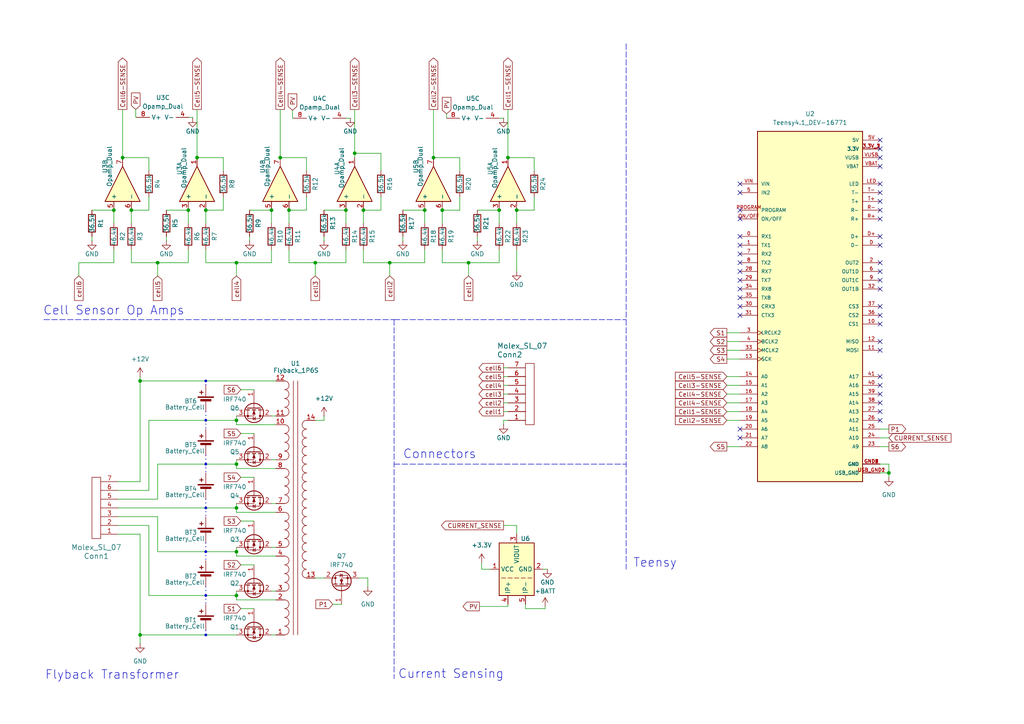
<source format=kicad_sch>
(kicad_sch (version 20231120) (generator "eeschema") (generator_version "8.0")
  (paper "A4")
  (lib_symbols
    (symbol "Device:Battery_Cell" (pin_numbers hide) (pin_names (offset 0) hide)
      (property "Reference" "BT" (at 2.54 2.54 0))
      (property "Value" "Battery_Cell" (at 2.54 0 0))
      (symbol "Battery_Cell_1_1"
        (pin passive line (at 0 5.08 270) (length 2.54) (name "+") (number "1"))
        (pin passive line (at 0 -2.54 90) (length 2.54) (name "-") (number "2"))
      )
    )
    (symbol "Device:Opamp_Dual"
      (property "Reference" "U" (at 0 5.08 0))
      (property "Value" "Opamp_Dual" (at 0 -5.08 0))
      (symbol "Opamp_Dual_1_1"
        (pin output line (at 7.62 0 180) (length 2.54) (name "~") (number "1"))
        (pin input line (at -7.62 -2.54 0) (length 2.54) (name "-") (number "2"))
        (pin input line (at -7.62 2.54 0) (length 2.54) (name "+") (number "3"))
      )
      (symbol "Opamp_Dual_2_1"
        (pin input line (at -7.62 2.54 0) (length 2.54) (name "+") (number "5"))
        (pin input line (at -7.62 -2.54 0) (length 2.54) (name "-") (number "6"))
        (pin output line (at 7.62 0 180) (length 2.54) (name "~") (number "7"))
      )
      (symbol "Opamp_Dual_3_1"
        (pin power_in line (at -2.54 -7.62 90) (length 3.81) (name "V-") (number "4"))
        (pin power_in line (at -2.54 7.62 270) (length 3.81) (name "V+") (number "8"))
      )
    )
    (symbol "Device:R" (pin_numbers hide) (pin_names (offset 0))
      (property "Reference" "R" (at 2.032 0 90))
      (property "Value" "R" (at 0 0 90))
      (symbol "R_1_1"
        (pin passive line (at 0 3.81 270) (length 1.27) (name "~") (number "1"))
        (pin passive line (at 0 -3.81 90) (length 1.27) (name "~") (number "2"))
      )
    )
    (symbol "MRDT_Connectors:Molex_SL_07" (pin_names (offset 1.016))
      (property "Reference" "Conn" (at 3.81 -1.27 0))
      (property "Value" "Molex_SL_07" (at 1.27 19.05 0))
      (symbol "Molex_SL_07_1_1"
        (pin input line (at -5.08 16.51 0) (length 5.08) (name "~") (number "1"))
        (pin input line (at -5.08 13.97 0) (length 5.08) (name "~") (number "2"))
        (pin input line (at -5.08 11.43 0) (length 5.08) (name "~") (number "3"))
        (pin input line (at -5.08 8.89 0) (length 5.08) (name "~") (number "4"))
        (pin input line (at -5.08 6.35 0) (length 5.08) (name "~") (number "5"))
        (pin input line (at -5.08 3.81 0) (length 5.08) (name "~") (number "6"))
        (pin input line (at -5.08 1.27 0) (length 5.08) (name "~") (number "7"))
      )
    )
    (symbol "MRDT_Shields:Teensy4.1_DEV-16771" (pin_names (offset 1.016))
      (property "Reference" "U" (at -15.24 52.07 0))
      (property "Value" "Teensy4.1_DEV-16771" (at -15.24 -53.34 0))
      (symbol "Teensy4.1_DEV-16771_0_0"
        (pin bidirectional line (at -20.32 20.32 0) (length 5.08) (name "RX1") (number "0"))
        (pin bidirectional line (at -20.32 17.78 0) (length 5.08) (name "TX1") (number "1"))
        (pin bidirectional line (at 20.32 -5.08 180) (length 5.08) (name "CS1") (number "10"))
        (pin bidirectional line (at 20.32 -12.7 180) (length 5.08) (name "MOSI") (number "11"))
        (pin bidirectional line (at 20.32 -10.16 180) (length 5.08) (name "MISO") (number "12"))
        (pin bidirectional clock (at -20.32 -15.24 0) (length 5.08) (name "SCK") (number "13"))
        (pin bidirectional line (at -20.32 -20.32 0) (length 5.08) (name "A0") (number "14"))
        (pin bidirectional line (at -20.32 -22.86 0) (length 5.08) (name "A1") (number "15"))
        (pin bidirectional line (at -20.32 -25.4 0) (length 5.08) (name "A2") (number "16"))
        (pin bidirectional line (at -20.32 -27.94 0) (length 5.08) (name "A3") (number "17"))
        (pin bidirectional line (at -20.32 -30.48 0) (length 5.08) (name "A4") (number "18"))
        (pin bidirectional line (at -20.32 -33.02 0) (length 5.08) (name "A5") (number "19"))
        (pin output line (at 20.32 12.7 180) (length 5.08) (name "OUT2") (number "2"))
        (pin bidirectional line (at -20.32 -35.56 0) (length 5.08) (name "A6") (number "20"))
        (pin bidirectional line (at -20.32 -38.1 0) (length 5.08) (name "A7") (number "21"))
        (pin bidirectional line (at -20.32 -40.64 0) (length 5.08) (name "A8") (number "22"))
        (pin bidirectional line (at 20.32 -40.64 180) (length 5.08) (name "A9") (number "23"))
        (pin bidirectional line (at 20.32 -38.1 180) (length 5.08) (name "A10") (number "24"))
        (pin bidirectional line (at 20.32 -35.56 180) (length 5.08) (name "A11") (number "25"))
        (pin bidirectional line (at 20.32 -33.02 180) (length 5.08) (name "A12") (number "26"))
        (pin bidirectional line (at 20.32 -30.48 180) (length 5.08) (name "A13") (number "27"))
        (pin bidirectional line (at -20.32 10.16 0) (length 5.08) (name "RX7") (number "28"))
        (pin bidirectional line (at -20.32 7.62 0) (length 5.08) (name "TX7") (number "29"))
        (pin bidirectional clock (at -20.32 -7.62 0) (length 5.08) (name "LRCLK2") (number "3"))
        (pin power_in line (at 20.32 45.72 180) (length 5.08) (name "3.3V") (number "3.3V_1"))
        (pin power_in line (at 20.32 45.72 180) (length 5.08) (name "3.3V") (number "3.3V_2"))
        (pin power_in line (at 20.32 45.72 180) (length 5.08) (name "3.3V") (number "3.3V_3"))
        (pin bidirectional line (at -20.32 0 0) (length 5.08) (name "CRX3") (number "30"))
        (pin bidirectional line (at -20.32 -2.54 0) (length 5.08) (name "CTX3") (number "31"))
        (pin output line (at 20.32 5.08 180) (length 5.08) (name "OUT1B") (number "32"))
        (pin bidirectional clock (at -20.32 -12.7 0) (length 5.08) (name "MCLK2") (number "33"))
        (pin bidirectional line (at -20.32 5.08 0) (length 5.08) (name "RX8") (number "34"))
        (pin bidirectional line (at -20.32 2.54 0) (length 5.08) (name "TX8") (number "35"))
        (pin bidirectional line (at 20.32 -2.54 180) (length 5.08) (name "CS2") (number "36"))
        (pin bidirectional line (at 20.32 0 180) (length 5.08) (name "CS3") (number "37"))
        (pin bidirectional line (at 20.32 -27.94 180) (length 5.08) (name "A14") (number "38"))
        (pin bidirectional line (at 20.32 -25.4 180) (length 5.08) (name "A15") (number "39"))
        (pin bidirectional clock (at -20.32 -10.16 0) (length 5.08) (name "BCLK2") (number "4"))
        (pin bidirectional line (at 20.32 -22.86 180) (length 5.08) (name "A16") (number "40"))
        (pin bidirectional line (at 20.32 -20.32 180) (length 5.08) (name "A17") (number "41"))
        (pin bidirectional line (at -20.32 33.02 0) (length 5.08) (name "IN2") (number "5"))
        (pin power_in line (at 20.32 48.26 180) (length 5.08) (name "5V") (number "5V"))
        (pin output line (at 20.32 10.16 180) (length 5.08) (name "OUT1D") (number "6"))
        (pin bidirectional line (at -20.32 15.24 0) (length 5.08) (name "RX2") (number "7"))
        (pin bidirectional line (at -20.32 12.7 0) (length 5.08) (name "TX2") (number "8"))
        (pin output line (at 20.32 7.62 180) (length 5.08) (name "OUT1C") (number "9"))
        (pin bidirectional line (at 20.32 17.78 180) (length 5.08) (name "D-") (number "D"))
        (pin bidirectional line (at 20.32 20.32 180) (length 5.08) (name "D+") (number "D+"))
        (pin power_in line (at 20.32 -45.72 180) (length 5.08) (name "GND") (number "GND1"))
        (pin power_in line (at 20.32 -45.72 180) (length 5.08) (name "GND") (number "GND2"))
        (pin power_in line (at 20.32 -45.72 180) (length 5.08) (name "GND") (number "GND3"))
        (pin power_in line (at 20.32 -45.72 180) (length 5.08) (name "GND") (number "GND4"))
        (pin power_in line (at 20.32 -45.72 180) (length 5.08) (name "GND") (number "GND5"))
        (pin bidirectional line (at 20.32 35.56 180) (length 5.08) (name "LED") (number "LED"))
        (pin bidirectional line (at -20.32 25.4 0) (length 5.08) (name "ON/OFF") (number "ON/OFF"))
        (pin bidirectional line (at -20.32 27.94 0) (length 5.08) (name "PROGRAM") (number "PROGRAM"))
        (pin bidirectional line (at 20.32 25.4 180) (length 5.08) (name "R+") (number "R+"))
        (pin bidirectional line (at 20.32 27.94 180) (length 5.08) (name "R-") (number "R-"))
        (pin bidirectional line (at 20.32 30.48 180) (length 5.08) (name "T+") (number "T+"))
        (pin bidirectional line (at 20.32 33.02 180) (length 5.08) (name "T-") (number "T-"))
        (pin power_in line (at 20.32 -48.26 180) (length 5.08) (name "USB_GND") (number "USB_GND1"))
        (pin power_in line (at 20.32 -48.26 180) (length 5.08) (name "USB_GND") (number "USB_GND2"))
        (pin passive line (at 20.32 40.64 180) (length 5.08) (name "VBAT") (number "VBAT"))
        (pin input line (at -20.32 35.56 0) (length 5.08) (name "VIN") (number "VIN"))
        (pin passive line (at 20.32 43.18 180) (length 5.08) (name "VUSB") (number "VUSB"))
      )
    )
    (symbol "Sensor_Current:ACS758xCB-200B-PFF"
      (property "Reference" "U" (at -7.62 6.35 0))
      (property "Value" "ACS758xCB-200B-PFF" (at 2.54 6.35 0))
      (symbol "ACS758xCB-200B-PFF_1_1"
        (pin power_in line (at 0 7.62 270) (length 2.54) (name "VCC") (number "1"))
        (pin power_in line (at 0 -7.62 90) (length 2.54) (name "GND") (number "2"))
        (pin output line (at 10.16 0 180) (length 2.54) (name "VIOUT") (number "3"))
        (pin passive line (at -10.16 2.54 0) (length 2.54) (name "IP+") (number "4"))
        (pin passive line (at -10.16 -2.54 0) (length 2.54) (name "IP-") (number "5"))
      )
    )
    (symbol "Symbols:Flyback_1p6s"
      (property "Reference" "U1" (at 4.318 9.398 0))
      (property "Value" "Flyback_1P6S" (at 0.254 7.366 0))
      (symbol "Flyback_1p6s_1_1"
        (pin input line (at 3.81 -69.85 0) (length 2.54) (name "") (number "1"))
        (pin input line (at 3.81 -8.89 0) (length 2.54) (name "") (number "10"))
        (pin input line (at 3.81 -6.35 0) (length 2.54) (name "") (number "11"))
        (pin input line (at 3.81 3.81 0) (length 2.54) (name "") (number "12"))
        (pin input line (at 15.24 -53.34 180) (length 2.54) (name "") (number "13"))
        (pin input line (at 15.24 -7.62 180) (length 2.54) (name "") (number "14"))
        (pin input line (at 3.81 -59.69 0) (length 2.54) (name "") (number "2"))
        (pin input line (at 3.81 -57.15 0) (length 2.54) (name "") (number "3"))
        (pin input line (at 3.81 -46.99 0) (length 2.54) (name "") (number "4"))
        (pin input line (at 3.81 -44.45 0) (length 2.54) (name "") (number "5"))
        (pin input line (at 3.81 -34.29 0) (length 2.54) (name "") (number "6"))
        (pin input line (at 3.81 -31.75 0) (length 2.54) (name "") (number "7"))
        (pin input line (at 3.81 -21.59 0) (length 2.54) (name "") (number "8"))
        (pin input line (at 3.81 -19.05 0) (length 2.54) (name "") (number "9"))
      )
    )
    (symbol "Transistor_FET:IRF740" (pin_names hide)
      (property "Reference" "Q" (at 5.08 1.905 0))
      (property "Value" "IRF740" (at 5.08 0 0))
      (symbol "IRF740_1_1"
        (pin input line (at -5.08 0 0) (length 2.54) (name "G") (number "1"))
        (pin passive line (at 2.54 5.08 270) (length 2.54) (name "D") (number "2"))
        (pin passive line (at 2.54 -5.08 90) (length 2.54) (name "S") (number "3"))
      )
    )
    (symbol "power:+12V" (power) (pin_numbers hide) (pin_names (offset 0) hide)
      (property "Value" "+12V" (at 0 3.556 0))
      (symbol "+12V_1_1"
        (pin power_in line (at 0 0 90) (length 0) (name "~") (number "1"))
      )
    )
    (symbol "power:+3.3V" (power) (pin_names (offset 0))
      (property "Value" "+3.3V" (at 0 3.556 0))
      (symbol "+3.3V_1_1"
        (pin power_in line (at 0 0 90) (length 0) hide (name "+3.3V") (number "1"))
      )
    )
    (symbol "power:+BATT" (power) (pin_names (offset 0))
      (property "Value" "+BATT" (at 0 3.556 0))
      (symbol "+BATT_1_1"
        (pin power_in line (at 0 0 90) (length 0) hide (name "+BATT") (number "1"))
      )
    )
    (symbol "power:GND" (power) (pin_numbers hide) (pin_names (offset 0) hide)
      (property "Value" "GND" (at 0 -3.81 0))
      (symbol "GND_1_1"
        (pin power_in line (at 0 0 270) (length 0) (name "~") (number "1"))
      )
    )
  )
  (junction (at 128.27 60.96))
  (junction (at 102.87 44.45))
  (junction (at 33.02 60.96))
  (junction (at 100.33 60.96))
  (junction (at 68.58 121.92))
  (junction (at 125.73 45.72))
  (junction (at 113.03 76.2))
  (junction (at 40.64 184.15))
  (junction (at 147.32 45.72))
  (junction (at 38.1 60.96))
  (junction (at 59.69 110.49) (diameter 0.635) (color 0 0 194 1))
  (junction (at 59.69 134.62) (diameter 0.635) (color 0 0 194 1))
  (junction (at 57.15 45.72))
  (junction (at 45.72 76.2))
  (junction (at 54.61 60.96))
  (junction (at 81.28 45.72))
  (junction (at 78.74 60.96))
  (junction (at 40.64 110.49))
  (junction (at 59.69 147.32) (diameter 0.635) (color 0 0 194 1))
  (junction (at 105.41 60.96))
  (junction (at 68.58 76.2))
  (junction (at 144.78 60.96))
  (junction (at 68.58 160.02))
  (junction (at 149.86 60.96))
  (junction (at 59.69 121.92) (diameter 0.635) (color 0 0 194 1))
  (junction (at 135.89 76.2))
  (junction (at 123.19 60.96))
  (junction (at 59.69 172.72) (diameter 0.635) (color 0 0 194 1))
  (junction (at 59.69 60.96))
  (junction (at 257.81 137.16))
  (junction (at 68.58 147.32))
  (junction (at 68.58 172.72))
  (junction (at 35.56 45.72))
  (junction (at 59.69 160.02) (diameter 0.635) (color 0 0 194 1))
  (junction (at 91.44 76.2))
  (junction (at 83.82 60.96))
  (junction (at 59.69 184.15) (diameter 0.635) (color 0 0 194 1))
  (junction (at 68.58 134.62))
  (no_connect (at 255.27 83.82))
  (no_connect (at 214.63 83.82))
  (no_connect (at 214.63 63.5))
  (no_connect (at 255.27 78.74))
  (no_connect (at 255.27 71.12))
  (no_connect (at 255.27 45.72))
  (no_connect (at 214.63 76.2))
  (no_connect (at 255.27 58.42))
  (no_connect (at 214.63 53.34))
  (no_connect (at 255.27 101.6))
  (no_connect (at 255.27 111.76))
  (no_connect (at 255.27 63.5))
  (no_connect (at 255.27 93.98))
  (no_connect (at 255.27 60.96))
  (no_connect (at 255.27 68.58))
  (no_connect (at 255.27 81.28))
  (no_connect (at 255.27 55.88))
  (no_connect (at 214.63 127))
  (no_connect (at 255.27 43.18))
  (no_connect (at 214.63 78.74))
  (no_connect (at 255.27 116.84))
  (no_connect (at 255.27 114.3))
  (no_connect (at 214.63 68.58))
  (no_connect (at 255.27 76.2))
  (no_connect (at 255.27 91.44))
  (no_connect (at 214.63 86.36))
  (no_connect (at 214.63 124.46))
  (no_connect (at 255.27 121.92))
  (no_connect (at 214.63 73.66))
  (no_connect (at 214.63 71.12))
  (no_connect (at 255.27 109.22))
  (no_connect (at 214.63 60.96))
  (no_connect (at 255.27 99.06))
  (no_connect (at 214.63 81.28))
  (no_connect (at 255.27 88.9))
  (no_connect (at 255.27 40.64))
  (no_connect (at 214.63 91.44))
  (no_connect (at 214.63 55.88))
  (no_connect (at 255.27 48.26))
  (no_connect (at 214.63 88.9))
  (no_connect (at 255.27 53.34))
  (no_connect (at 255.27 119.38))
  (polyline (pts (xy 12.7 92.71) (xy 114.3 92.71)) (stroke (width 0) (type dash) (color 0 0 194 1)))
  (wire (pts (xy 255.27 124.46) (xy 257.81 124.46)))
  (wire (pts (xy 22.86 76.2) (xy 22.86 80.01)))
  (wire (pts (xy 64.77 57.15) (xy 64.77 60.96)))
  (wire (pts (xy 69.85 163.83) (xy 73.66 163.83)))
  (wire (pts (xy 43.18 45.72) (xy 35.56 45.72)))
  (wire (pts (xy 139.7 163.195) (xy 139.7 165.1)))
  (wire (pts (xy 34.29 154.94) (xy 40.64 154.94)))
  (wire (pts (xy 59.69 182.88) (xy 59.69 184.15)) (stroke (width 0.254) (type dot) (color 0 0 194 1)))
  (wire (pts (xy 135.89 76.2) (xy 128.27 76.2)))
  (wire (pts (xy 55.88 34.036) (xy 54.864 34.036)))
  (wire (pts (xy 135.89 76.2) (xy 135.89 80.01)))
  (wire (pts (xy 210.82 116.84) (xy 214.63 116.84)))
  (wire (pts (xy 57.15 31.75) (xy 57.15 45.72)))
  (wire (pts (xy 149.86 154.94) (xy 149.86 152.4)))
  (wire (pts (xy 78.74 72.39) (xy 78.74 76.2)))
  (wire (pts (xy 68.58 147.32) (xy 68.58 146.05)))
  (wire (pts (xy 91.44 167.64) (xy 93.98 167.64)))
  (wire (pts (xy 210.82 121.92) (xy 214.63 121.92)))
  (wire (pts (xy 105.41 60.96) (xy 105.41 64.77)))
  (wire (pts (xy 158.75 165.1) (xy 157.48 165.1)))
  (wire (pts (xy 40.64 110.49) (xy 59.69 110.49)))
  (wire (pts (xy 68.58 172.72) (xy 59.69 172.72)))
  (wire (pts (xy 210.82 111.76) (xy 214.63 111.76)))
  (wire (pts (xy 59.69 157.48) (xy 59.69 160.02)) (stroke (width 0.254) (type dot) (color 0 0 194 1)))
  (wire (pts (xy 68.58 76.2) (xy 68.58 80.01)))
  (polyline (pts (xy 114.3 92.71) (xy 114.3 196.85)) (stroke (width 0) (type dash) (color 0 0 194 1)))
  (wire (pts (xy 59.69 119.38) (xy 59.69 121.92)) (stroke (width 0.254) (type dot) (color 0 0 194 1)))
  (wire (pts (xy 93.98 69.85) (xy 93.98 68.58)))
  (wire (pts (xy 100.33 76.2) (xy 91.44 76.2)))
  (wire (pts (xy 78.74 184.15) (xy 80.01 184.15)))
  (wire (pts (xy 84.836 34.29) (xy 85.09 34.29)))
  (wire (pts (xy 64.77 60.96) (xy 59.69 60.96)))
  (wire (pts (xy 54.61 76.2) (xy 45.72 76.2)))
  (wire (pts (xy 88.9 45.72) (xy 81.28 45.72)))
  (wire (pts (xy 144.78 76.2) (xy 135.89 76.2)))
  (wire (pts (xy 68.58 173.99) (xy 68.58 172.72)))
  (wire (pts (xy 210.82 114.3) (xy 214.63 114.3)))
  (wire (pts (xy 69.85 113.03) (xy 73.66 113.03)))
  (wire (pts (xy 34.29 139.7) (xy 40.64 139.7)))
  (wire (pts (xy 59.69 144.78) (xy 59.69 147.32)) (stroke (width 0.254) (type dot) (color 0 0 194 1)))
  (wire (pts (xy 210.82 104.14) (xy 214.63 104.14)))
  (wire (pts (xy 125.73 31.75) (xy 125.73 45.72)))
  (wire (pts (xy 33.02 76.2) (xy 22.86 76.2)))
  (wire (pts (xy 123.19 76.2) (xy 113.03 76.2)))
  (wire (pts (xy 59.69 110.49) (xy 80.01 110.49)))
  (wire (pts (xy 133.35 57.15) (xy 133.35 60.96)))
  (wire (pts (xy 59.69 160.02) (xy 45.72 160.02)))
  (wire (pts (xy 100.33 72.39) (xy 100.33 76.2)))
  (wire (pts (xy 34.29 142.24) (xy 43.18 142.24)))
  (wire (pts (xy 69.85 138.43) (xy 73.66 138.43)))
  (wire (pts (xy 96.52 175.26) (xy 99.06 175.26)))
  (wire (pts (xy 146.05 119.38) (xy 147.32 119.38)))
  (wire (pts (xy 34.29 147.32) (xy 59.69 147.32)))
  (wire (pts (xy 133.35 49.53) (xy 133.35 45.72)))
  (wire (pts (xy 45.72 134.62) (xy 45.72 144.78)))
  (wire (pts (xy 43.18 121.92) (xy 43.18 142.24)))
  (wire (pts (xy 139.7 165.1) (xy 142.24 165.1)))
  (wire (pts (xy 54.61 60.96) (xy 48.26 60.96)))
  (wire (pts (xy 146.05 106.68) (xy 147.32 106.68)))
  (wire (pts (xy 210.82 119.38) (xy 214.63 119.38)))
  (wire (pts (xy 69.85 151.13) (xy 73.66 151.13)))
  (wire (pts (xy 34.29 152.4) (xy 43.18 152.4)))
  (wire (pts (xy 78.74 158.75) (xy 80.01 158.75)))
  (wire (pts (xy 59.69 172.72) (xy 43.18 172.72)))
  (wire (pts (xy 59.69 132.08) (xy 59.69 134.62)) (stroke (width 0.254) (type dot) (color 0 0 194 1)))
  (wire (pts (xy 93.98 60.96) (xy 100.33 60.96)))
  (wire (pts (xy 59.69 172.72) (xy 59.69 175.26)) (stroke (width 0.254) (type dot) (color 0 0 194 1)))
  (wire (pts (xy 138.43 69.85) (xy 138.43 68.58)))
  (wire (pts (xy 68.58 76.2) (xy 59.69 76.2)))
  (wire (pts (xy 35.56 31.75) (xy 35.56 45.72)))
  (wire (pts (xy 146.05 109.22) (xy 147.32 109.22)))
  (wire (pts (xy 68.58 161.29) (xy 80.01 161.29)))
  (wire (pts (xy 158.115 176.53) (xy 152.4 176.53)))
  (wire (pts (xy 88.9 57.15) (xy 88.9 60.96)))
  (wire (pts (xy 68.58 134.62) (xy 59.69 134.62)))
  (wire (pts (xy 133.35 60.96) (xy 128.27 60.96)))
  (wire (pts (xy 113.03 76.2) (xy 105.41 76.2)))
  (wire (pts (xy 91.44 76.2) (xy 91.44 80.01)))
  (wire (pts (xy 84.836 32.004) (xy 84.836 34.29)))
  (wire (pts (xy 59.69 147.32) (xy 68.58 147.32)))
  (wire (pts (xy 34.29 149.86) (xy 45.72 149.86)))
  (polyline (pts (xy 114.3 134.62) (xy 181.61 134.62)) (stroke (width 0) (type dash) (color 0 0 194 1)))
  (wire (pts (xy 123.19 72.39) (xy 123.19 76.2)))
  (wire (pts (xy 149.86 72.39) (xy 149.86 78.74)))
  (wire (pts (xy 146.05 121.92) (xy 147.32 121.92)))
  (wire (pts (xy 147.32 31.75) (xy 147.32 45.72)))
  (wire (pts (xy 26.67 60.96) (xy 33.02 60.96)))
  (wire (pts (xy 68.58 133.35) (xy 68.58 134.62)))
  (wire (pts (xy 38.1 76.2) (xy 38.1 72.39)))
  (wire (pts (xy 68.58 148.59) (xy 68.58 147.32)))
  (wire (pts (xy 78.74 146.05) (xy 80.01 146.05)))
  (wire (pts (xy 158.115 175.895) (xy 158.115 176.53)))
  (wire (pts (xy 128.27 76.2) (xy 128.27 72.39)))
  (wire (pts (xy 33.02 60.96) (xy 33.02 64.77)))
  (wire (pts (xy 83.82 60.96) (xy 83.82 64.77)))
  (wire (pts (xy 100.33 60.96) (xy 100.33 64.77)))
  (wire (pts (xy 64.77 45.72) (xy 57.15 45.72)))
  (wire (pts (xy 102.87 44.45) (xy 102.87 45.72)))
  (wire (pts (xy 40.64 110.49) (xy 40.64 109.22)))
  (wire (pts (xy 129.54 33.02) (xy 129.54 34.29)))
  (wire (pts (xy 55.88 34.29) (xy 55.88 34.036)))
  (wire (pts (xy 210.82 96.52) (xy 214.63 96.52)))
  (wire (pts (xy 146.05 34.29) (xy 144.78 34.29)))
  (wire (pts (xy 48.26 69.85) (xy 48.26 68.58)))
  (wire (pts (xy 123.19 60.96) (xy 116.84 60.96)))
  (wire (pts (xy 40.64 139.7) (xy 40.64 110.49)))
  (wire (pts (xy 68.58 158.75) (xy 68.58 160.02)))
  (wire (pts (xy 68.58 161.29) (xy 68.58 160.02)))
  (wire (pts (xy 45.72 76.2) (xy 38.1 76.2)))
  (wire (pts (xy 83.82 76.2) (xy 83.82 72.39)))
  (wire (pts (xy 146.05 123.19) (xy 146.05 121.92)))
  (wire (pts (xy 110.49 60.96) (xy 105.41 60.96)))
  (wire (pts (xy 68.58 135.89) (xy 68.58 134.62)))
  (wire (pts (xy 39.37 31.75) (xy 39.37 34.036)))
  (wire (pts (xy 110.49 49.53) (xy 110.49 44.45)))
  (wire (pts (xy 210.82 129.54) (xy 214.63 129.54)))
  (wire (pts (xy 59.69 121.92) (xy 59.69 124.46)) (stroke (width 0.254) (type dot) (color 0 0 194 1)))
  (wire (pts (xy 40.64 154.94) (xy 40.64 184.15)))
  (wire (pts (xy 68.58 120.65) (xy 68.58 121.92)))
  (wire (pts (xy 59.69 170.18) (xy 59.69 172.72)) (stroke (width 0.254) (type dot) (color 0 0 194 1)))
  (wire (pts (xy 110.49 57.15) (xy 110.49 60.96)))
  (wire (pts (xy 59.69 134.62) (xy 45.72 134.62)))
  (wire (pts (xy 59.69 160.02) (xy 59.69 162.56)) (stroke (width 0.254) (type dot) (color 0 0 194 1)))
  (wire (pts (xy 40.64 184.15) (xy 59.69 184.15)))
  (wire (pts (xy 93.98 121.92) (xy 91.44 121.92)))
  (wire (pts (xy 72.39 69.85) (xy 72.39 68.58)))
  (wire (pts (xy 146.05 114.3) (xy 147.32 114.3)))
  (polyline (pts (xy 114.3 92.71) (xy 181.61 92.71)) (stroke (width 0) (type dash) (color 0 0 194 1)))
  (wire (pts (xy 147.32 175.895) (xy 147.32 175.26)))
  (wire (pts (xy 45.72 160.02) (xy 45.72 149.86)))
  (wire (pts (xy 102.87 31.75) (xy 102.87 44.45)))
  (wire (pts (xy 40.64 184.15) (xy 40.64 186.69)))
  (wire (pts (xy 68.58 173.99) (xy 80.01 173.99)))
  (wire (pts (xy 255.27 129.54) (xy 257.81 129.54)))
  (wire (pts (xy 154.94 57.15) (xy 154.94 60.96)))
  (wire (pts (xy 133.35 45.72) (xy 125.73 45.72)))
  (wire (pts (xy 257.81 137.16) (xy 255.27 137.16)))
  (wire (pts (xy 128.27 60.96) (xy 128.27 64.77)))
  (wire (pts (xy 68.58 171.45) (xy 68.58 172.72)))
  (wire (pts (xy 154.94 45.72) (xy 147.32 45.72)))
  (wire (pts (xy 149.86 60.96) (xy 149.86 64.77)))
  (wire (pts (xy 43.18 49.53) (xy 43.18 45.72)))
  (wire (pts (xy 43.18 60.96) (xy 38.1 60.96)))
  (wire (pts (xy 43.18 57.15) (xy 43.18 60.96)))
  (wire (pts (xy 68.58 123.19) (xy 68.58 121.92)))
  (wire (pts (xy 59.69 134.62) (xy 59.69 137.16)) (stroke (width 0.254) (type dot) (color 0 0 194 1)))
  (wire (pts (xy 123.19 60.96) (xy 123.19 64.77)))
  (wire (pts (xy 78.74 171.45) (xy 80.01 171.45)))
  (wire (pts (xy 68.58 123.19) (xy 80.01 123.19)))
  (wire (pts (xy 26.67 69.85) (xy 26.67 68.58)))
  (wire (pts (xy 54.61 72.39) (xy 54.61 76.2)))
  (polyline (pts (xy 181.61 12.7) (xy 181.61 165.1)) (stroke (width 0) (type dash) (color 0 0 194 1)))
  (wire (pts (xy 116.84 69.85) (xy 116.84 68.58)))
  (wire (pts (xy 210.82 109.22) (xy 214.63 109.22)))
  (wire (pts (xy 68.58 121.92) (xy 59.69 121.92)))
  (wire (pts (xy 257.81 127) (xy 255.27 127)))
  (wire (pts (xy 100.33 34.29) (xy 101.6 34.29)))
  (wire (pts (xy 34.29 144.78) (xy 45.72 144.78)))
  (wire (pts (xy 64.77 49.53) (xy 64.77 45.72)))
  (wire (pts (xy 59.69 121.92) (xy 43.18 121.92)))
  (wire (pts (xy 68.58 160.02) (xy 59.69 160.02)))
  (wire (pts (xy 78.74 120.65) (xy 80.01 120.65)))
  (wire (pts (xy 138.43 60.96) (xy 144.78 60.96)))
  (wire (pts (xy 105.41 76.2) (xy 105.41 72.39)))
  (wire (pts (xy 43.18 172.72) (xy 43.18 152.4)))
  (wire (pts (xy 78.74 133.35) (xy 80.01 133.35)))
  (wire (pts (xy 88.9 49.53) (xy 88.9 45.72)))
  (wire (pts (xy 110.49 44.45) (xy 102.87 44.45)))
  (wire (pts (xy 78.74 60.96) (xy 78.74 64.77)))
  (wire (pts (xy 54.61 60.96) (xy 54.61 64.77)))
  (wire (pts (xy 81.28 31.75) (xy 81.28 45.72)))
  (wire (pts (xy 59.69 60.96) (xy 59.69 64.77)))
  (wire (pts (xy 210.82 99.06) (xy 214.63 99.06)))
  (wire (pts (xy 255.27 134.62) (xy 257.81 134.62)))
  (wire (pts (xy 146.05 111.76) (xy 147.32 111.76)))
  (wire (pts (xy 257.81 134.62) (xy 257.81 137.16)))
  (wire (pts (xy 210.82 101.6) (xy 214.63 101.6)))
  (wire (pts (xy 33.02 72.39) (xy 33.02 76.2)))
  (wire (pts (xy 146.05 116.84) (xy 147.32 116.84)))
  (wire (pts (xy 38.1 60.96) (xy 38.1 64.77)))
  (wire (pts (xy 69.85 125.73) (xy 73.66 125.73)))
  (wire (pts (xy 91.44 76.2) (xy 83.82 76.2)))
  (wire (pts (xy 93.98 120.65) (xy 93.98 121.92)))
  (wire (pts (xy 39.37 34.036) (xy 39.624 34.036)))
  (wire (pts (xy 147.32 175.895) (xy 139.065 175.895)))
  (wire (pts (xy 152.4 176.53) (xy 152.4 175.26)))
  (wire (pts (xy 144.78 60.96) (xy 144.78 64.77)))
  (wire (pts (xy 88.9 60.96) (xy 83.82 60.96)))
  (wire (pts (xy 45.72 76.2) (xy 45.72 80.01)))
  (wire (pts (xy 68.58 135.89) (xy 80.01 135.89)))
  (wire (pts (xy 72.39 60.96) (xy 78.74 60.96)))
  (wire (pts (xy 68.58 148.59) (xy 80.01 148.59)))
  (wire (pts (xy 59.69 110.49) (xy 59.69 111.76)) (stroke (width 0.254) (type dot) (color 0 0 194 1)))
  (wire (pts (xy 144.78 72.39) (xy 144.78 76.2)))
  (wire (pts (xy 154.94 49.53) (xy 154.94 45.72)))
  (wire (pts (xy 106.68 167.64) (xy 106.68 170.18)))
  (wire (pts (xy 149.86 152.4) (xy 146.05 152.4)))
  (wire (pts (xy 257.81 137.16) (xy 257.81 138.43)))
  (wire (pts (xy 59.69 184.15) (xy 68.58 184.15)))
  (wire (pts (xy 78.74 76.2) (xy 68.58 76.2)))
  (wire (pts (xy 59.69 147.32) (xy 59.69 149.86)) (stroke (width 0.254) (type dot) (color 0 0 194 1)))
  (wire (pts (xy 113.03 76.2) (xy 113.03 80.01)))
  (wire (pts (xy 59.69 76.2) (xy 59.69 72.39)))
  (wire (pts (xy 106.68 167.64) (xy 104.14 167.64)))
  (wire (pts (xy 154.94 60.96) (xy 149.86 60.96)))
  (wire (pts (xy 69.85 176.53) (xy 73.66 176.53)))
  (text "Connectors" (at 127.508 131.826 0) (effects (font (size 2.54 2.54))))
  (text "Teensy" (at 189.992 163.322 0) (effects (font (size 2.54 2.54))))
  (text "Flyback Transformer" (at 32.512 195.834 0) (effects (font (size 2.54 2.54))))
  (text "Current Sensing" (at 130.81 195.58 0) (effects (font (size 2.54 2.54))))
  (text "Cell Sensor Op Amps" (at 33.02 90.17 0) (effects (font (size 2.54 2.54))))
  (global_label "CURRENT_SENSE" (shape output) (at 146.05 152.4 180) (property "Intersheetrefs" "${INTERSHEET_REFS}" (effects (hide yes))))
  (global_label "Cell3-SENSE" (shape output) (at 102.87 31.75 90) (property "Intersheetrefs" "${INTERSHEET_REFS}" (effects (hide yes))))
  (global_label "P1" (shape input) (at 96.52 175.26 180) (property "Intersheetrefs" "${INTERSHEET_REFS}" (effects (hide yes))))
  (global_label "cell2" (shape input) (at 113.03 80.01 270) (property "Intersheetrefs" "${INTERSHEET_REFS}" (effects (hide yes))))
  (global_label "S2" (shape input) (at 69.85 163.83 180) (property "Intersheetrefs" "${INTERSHEET_REFS}" (effects (hide yes))))
  (global_label "S2" (shape output) (at 210.82 99.06 180) (property "Intersheetrefs" "${INTERSHEET_REFS}" (effects (hide yes))))
  (global_label "cell1" (shape input) (at 135.89 80.01 270) (property "Intersheetrefs" "${INTERSHEET_REFS}" (effects (hide yes))))
  (global_label "Cell6-SENSE" (shape output) (at 35.56 31.75 90) (property "Intersheetrefs" "${INTERSHEET_REFS}" (effects (hide yes))))
  (global_label "cell6" (shape input) (at 22.86 80.01 270) (property "Intersheetrefs" "${INTERSHEET_REFS}" (effects (hide yes))))
  (global_label "Cell4-SENSE" (shape input) (at 210.82 116.84 180) (property "Intersheetrefs" "${INTERSHEET_REFS}" (effects (hide yes))))
  (global_label "PV" (shape input) (at 84.836 32.004 90) (property "Intersheetrefs" "${INTERSHEET_REFS}" (effects (hide yes))))
  (global_label "P1" (shape output) (at 257.81 124.46 0) (property "Intersheetrefs" "${INTERSHEET_REFS}" (effects (hide yes))))
  (global_label "cell3" (shape input) (at 91.44 80.01 270) (property "Intersheetrefs" "${INTERSHEET_REFS}" (effects (hide yes))))
  (global_label "S4" (shape input) (at 69.85 138.43 180) (property "Intersheetrefs" "${INTERSHEET_REFS}" (effects (hide yes))))
  (global_label "Cell4-SENSE" (shape input) (at 210.82 114.3 180) (property "Intersheetrefs" "${INTERSHEET_REFS}" (effects (hide yes))))
  (global_label "S1" (shape output) (at 210.82 96.52 180) (property "Intersheetrefs" "${INTERSHEET_REFS}" (effects (hide yes))))
  (global_label "cell3" (shape output) (at 146.05 114.3 180) (property "Intersheetrefs" "${INTERSHEET_REFS}" (effects (hide yes))))
  (global_label "S5" (shape output) (at 210.82 129.54 180) (property "Intersheetrefs" "${INTERSHEET_REFS}" (effects (hide yes))))
  (global_label "S1" (shape input) (at 69.85 176.53 180) (property "Intersheetrefs" "${INTERSHEET_REFS}" (effects (hide yes))))
  (global_label "Cell5-SENSE" (shape output) (at 57.15 31.75 90) (property "Intersheetrefs" "${INTERSHEET_REFS}" (effects (hide yes))))
  (global_label "S6" (shape output) (at 257.81 129.54 0) (property "Intersheetrefs" "${INTERSHEET_REFS}" (effects (hide yes))))
  (global_label "CURRENT_SENSE" (shape input) (at 257.81 127 0) (property "Intersheetrefs" "${INTERSHEET_REFS}" (effects (hide yes))))
  (global_label "Cell1-SENSE" (shape input) (at 210.82 119.38 180) (property "Intersheetrefs" "${INTERSHEET_REFS}" (effects (hide yes))))
  (global_label "Cell1-SENSE" (shape output) (at 147.32 31.75 90) (property "Intersheetrefs" "${INTERSHEET_REFS}" (effects (hide yes))))
  (global_label "cell4" (shape input) (at 68.58 80.01 270) (property "Intersheetrefs" "${INTERSHEET_REFS}" (effects (hide yes))))
  (global_label "Cell3-SENSE" (shape input) (at 210.82 111.76 180) (property "Intersheetrefs" "${INTERSHEET_REFS}" (effects (hide yes))))
  (global_label "Cell2-SENSE" (shape output) (at 125.73 31.75 90) (property "Intersheetrefs" "${INTERSHEET_REFS}" (effects (hide yes))))
  (global_label "S3" (shape input) (at 69.85 151.13 180) (property "Intersheetrefs" "${INTERSHEET_REFS}" (effects (hide yes))))
  (global_label "Cell5-SENSE" (shape input) (at 210.82 109.22 180) (property "Intersheetrefs" "${INTERSHEET_REFS}" (effects (hide yes))))
  (global_label "S4" (shape output) (at 210.82 104.14 180) (property "Intersheetrefs" "${INTERSHEET_REFS}" (effects (hide yes))))
  (global_label "cell1" (shape output) (at 146.05 119.38 180) (property "Intersheetrefs" "${INTERSHEET_REFS}" (effects (hide yes))))
  (global_label "cell5" (shape input) (at 45.72 80.01 270) (property "Intersheetrefs" "${INTERSHEET_REFS}" (effects (hide yes))))
  (global_label "S6" (shape input) (at 69.85 113.03 180) (property "Intersheetrefs" "${INTERSHEET_REFS}" (effects (hide yes))))
  (global_label "PV" (shape output) (at 139.065 175.895 180) (property "Intersheetrefs" "${INTERSHEET_REFS}" (effects (hide yes))))
  (global_label "S5" (shape input) (at 69.85 125.73 180) (property "Intersheetrefs" "${INTERSHEET_REFS}" (effects (hide yes))))
  (global_label "PV" (shape input) (at 39.37 31.75 90) (property "Intersheetrefs" "${INTERSHEET_REFS}" (effects (hide yes))))
  (global_label "Cell2-SENSE" (shape input) (at 210.82 121.92 180) (property "Intersheetrefs" "${INTERSHEET_REFS}" (effects (hide yes))))
  (global_label "S3" (shape output) (at 210.82 101.6 180) (property "Intersheetrefs" "${INTERSHEET_REFS}" (effects (hide yes))))
  (global_label "cell5" (shape output) (at 146.05 109.22 180) (property "Intersheetrefs" "${INTERSHEET_REFS}" (effects (hide yes))))
  (global_label "PV" (shape input) (at 129.54 33.02 90) (property "Intersheetrefs" "${INTERSHEET_REFS}" (effects (hide yes))))
  (global_label "cell6" (shape output) (at 146.05 106.68 180) (property "Intersheetrefs" "${INTERSHEET_REFS}" (effects (hide yes))))
  (global_label "Cell4-SENSE" (shape output) (at 81.28 31.75 90) (property "Intersheetrefs" "${INTERSHEET_REFS}" (effects (hide yes))))
  (global_label "cell2" (shape output) (at 146.05 116.84 180) (property "Intersheetrefs" "${INTERSHEET_REFS}" (effects (hide yes))))
  (global_label "cell4" (shape output) (at 146.05 111.76 180) (property "Intersheetrefs" "${INTERSHEET_REFS}" (effects (hide yes))))
  (symbol (lib_id "Device:R") (at 123.19 68.58 180) (unit 1)
    (property "Reference" "R18" (at 125.73 68.58 90))
    (property "Value" "46.4k" (at 123.19 68.58 90))
    (property "Footprint" "Resistor_SMD:R_0603_1608Metric_Pad0.98x0.95mm_HandSolder" (effects (hide yes)))
  )
  (symbol (lib_id "Symbols:Flyback_1p6s") (at 76.2 114.3 0) (unit 1)
    (property "Reference" "U1" (at 84.328 105.41 0) (effects (justify left)))
    (property "Value" "Flyback_1P6S" (at 79.248 107.442 0) (effects (justify left)))
  )
  (symbol (lib_id "Device:R") (at 33.02 68.58 180) (unit 1)
    (property "Reference" "R2" (at 35.56 68.58 90))
    (property "Value" "46.4k" (at 33.02 68.58 90))
    (property "Footprint" "Resistor_SMD:R_0603_1608Metric_Pad0.98x0.95mm_HandSolder" (effects (hide yes)))
  )
  (symbol (lib_id "Device:R") (at 59.69 68.58 180) (unit 1)
    (property "Reference" "R7" (at 62.23 68.58 90))
    (property "Value" "46.4k" (at 59.69 68.58 90))
    (property "Footprint" "Resistor_SMD:R_0603_1608Metric_Pad0.98x0.95mm_HandSolder" (effects (hide yes)))
  )
  (symbol (lib_id "Device:R") (at 72.39 64.77 180) (unit 1)
    (property "Reference" "R9" (at 74.93 64.77 90))
    (property "Value" "36.5k" (at 72.39 64.77 90))
    (property "Footprint" "Resistor_SMD:R_0603_1608Metric_Pad0.98x0.95mm_HandSolder" (effects (hide yes)))
    (property "Datasheet" "https://www.yageo.com/upload/media/product/productsearch/datasheet/rchip/PYu-RT_1-to-0.01_RoHS_L_12.pdf" (effects (hide yes)))
  )
  (symbol (lib_id "power:GND") (at 146.05 34.29 0) (unit 1)
    (property "Reference" "#PWR014" (effects (hide yes)))
    (property "Value" "GND" (at 146.05 38.1 0))
  )
  (symbol (lib_id "Device:R") (at 38.1 68.58 180) (unit 1)
    (property "Reference" "R3" (at 40.64 68.58 90))
    (property "Value" "46.4k" (at 38.1 68.58 90))
    (property "Footprint" "Resistor_SMD:R_0603_1608Metric_Pad0.98x0.95mm_HandSolder" (effects (hide yes)))
  )
  (symbol (lib_id "power:GND") (at 106.68 170.18 0) (unit 1)
    (property "Reference" "#PWR04" (effects (hide yes)))
    (property "Value" "GND" (at 106.68 175.26 0))
    (property "Description" "Power symbol creates a global label with name \"GND\" , ground" (effects (hide yes)))
  )
  (symbol (lib_id "Device:R") (at 26.67 64.77 180) (unit 1)
    (property "Reference" "R1" (at 29.21 64.77 90))
    (property "Value" "36.5k" (at 26.67 64.77 90))
    (property "Footprint" "Resistor_SMD:R_0603_1608Metric_Pad0.98x0.95mm_HandSolder" (effects (hide yes)))
    (property "Datasheet" "https://www.yageo.com/upload/media/product/productsearch/datasheet/rchip/PYu-RT_1-to-0.01_RoHS_L_12.pdf" (effects (hide yes)))
  )
  (symbol (lib_id "power:GND") (at 72.39 69.85 0) (unit 1)
    (property "Reference" "#PWR09" (effects (hide yes)))
    (property "Value" "GND" (at 72.39 73.66 0))
  )
  (symbol (lib_id "power:GND") (at 101.6 34.29 0) (unit 1)
    (property "Reference" "#PWR011" (effects (hide yes)))
    (property "Value" "GND" (at 101.6 38.1 0))
  )
  (symbol (lib_id "power:GND") (at 48.26 69.85 0) (unit 1)
    (property "Reference" "#PWR07" (effects (hide yes)))
    (property "Value" "GND" (at 48.26 73.66 0))
  )
  (symbol (lib_id "power:GND") (at 138.43 69.85 0) (unit 1)
    (property "Reference" "#PWR013" (effects (hide yes)))
    (property "Value" "GND" (at 138.43 73.66 0))
  )
  (symbol (lib_id "MRDT_Shields:Teensy4.1_DEV-16771") (at 234.95 88.9 0) (unit 1)
    (property "Reference" "U2" (at 234.95 33.02 0))
    (property "Value" "Teensy4.1_DEV-16771" (at 234.95 35.56 0))
    (property "Footprint" "MODULE_DEV-16771" (effects (hide yes)))
    (property "STANDARD" "Manufacturer recommendations" (effects (hide yes)))
    (property "MAXIMUM_PACKAGE_HEIGHT" "4.07mm" (effects (hide yes)))
    (property "MANUFACTURER" "SparkFun Electronics" (effects (hide yes)))
    (property "PARTREV" "4.1" (effects (hide yes)))
  )
  (symbol (lib_id "Device:R") (at 116.84 64.77 180) (unit 1)
    (property "Reference" "R17" (at 119.38 64.77 90))
    (property "Value" "36.5k" (at 116.84 64.77 90))
    (property "Footprint" "Resistor_SMD:R_0603_1608Metric_Pad0.98x0.95mm_HandSolder" (effects (hide yes)))
    (property "Datasheet" "https://www.yageo.com/upload/media/product/productsearch/datasheet/rchip/PYu-RT_1-to-0.01_RoHS_L_12.pdf" (effects (hide yes)))
  )
  (symbol (lib_id "power:GND") (at 26.67 69.85 0) (unit 1)
    (property "Reference" "#PWR06" (effects (hide yes)))
    (property "Value" "GND" (at 26.67 73.66 0))
  )
  (symbol (lib_id "Transistor_FET:IRF740") (at 73.66 156.21 270) (unit 1)
    (property "Reference" "Q3" (at 68.072 156.464 90))
    (property "Value" "IRF740" (at 68.072 153.924 90))
    (property "Footprint" "Package_TO_SOT_THT:TO-220-3_Vertical" (effects (hide yes)))
    (property "Datasheet" "http://www.vishay.com/docs/91054/91054.pdf" (effects (hide yes)))
    (property "Description" "10A Id, 400V Vds, N-Channel Power MOSFET, 500mOhm Rds, TO-220AB" (effects (hide yes)))
  )
  (symbol (lib_id "Device:R") (at 54.61 68.58 180) (unit 1)
    (property "Reference" "R6" (at 57.15 68.58 90))
    (property "Value" "46.4k" (at 54.61 68.58 90))
    (property "Footprint" "Resistor_SMD:R_0603_1608Metric_Pad0.98x0.95mm_HandSolder" (effects (hide yes)))
  )
  (symbol (lib_id "Device:R") (at 105.41 68.58 180) (unit 1)
    (property "Reference" "R15" (at 107.95 68.58 90))
    (property "Value" "46.4k" (at 105.41 68.58 90))
    (property "Footprint" "Resistor_SMD:R_0603_1608Metric_Pad0.98x0.95mm_HandSolder" (effects (hide yes)))
  )
  (symbol (lib_id "power:GND") (at 93.98 69.85 0) (unit 1)
    (property "Reference" "#PWR010" (effects (hide yes)))
    (property "Value" "GND" (at 93.98 73.66 0))
  )
  (symbol (lib_id "Device:Opamp_Dual") (at 92.71 31.75 90) (unit 3)
    (property "Reference" "U4" (at 92.71 28.575 90))
    (property "Value" "Opamp_Dual" (at 92.71 31.115 90))
    (property "Footprint" "Package_SO:SO-8_3.9x4.9mm_P1.27mm" (effects (hide yes)))
    (property "Datasheet" "https://www.diodes.com/assets/Datasheets/AS358-358A-358B.pdf" (effects (hide yes)))
  )
  (symbol (lib_id "Device:R") (at 133.35 53.34 180) (unit 1)
    (property "Reference" "R20" (at 135.89 53.34 90))
    (property "Value" "36.5k" (at 133.35 53.34 90))
    (property "Footprint" "Resistor_SMD:R_0603_1608Metric_Pad0.98x0.95mm_HandSolder" (effects (hide yes)))
    (property "Datasheet" "https://www.yageo.com/upload/media/product/productsearch/datasheet/rchip/PYu-RT_1-to-0.01_RoHS_L_12.pdf" (effects (hide yes)))
  )
  (symbol (lib_id "Device:R") (at 43.18 53.34 180) (unit 1)
    (property "Reference" "R4" (at 45.72 53.34 90))
    (property "Value" "36.5k" (at 43.18 53.34 90))
    (property "Footprint" "Resistor_SMD:R_0603_1608Metric_Pad0.98x0.95mm_HandSolder" (effects (hide yes)))
    (property "Datasheet" "https://www.yageo.com/upload/media/product/productsearch/datasheet/rchip/PYu-RT_1-to-0.01_RoHS_L_12.pdf" (effects (hide yes)))
  )
  (symbol (lib_id "Device:R") (at 110.49 53.34 180) (unit 1)
    (property "Reference" "R16" (at 113.03 53.34 90))
    (property "Value" "36.5k" (at 110.49 53.34 90))
    (property "Footprint" "Resistor_SMD:R_0603_1608Metric_Pad0.98x0.95mm_HandSolder" (effects (hide yes)))
    (property "Datasheet" "https://www.yageo.com/upload/media/product/productsearch/datasheet/rchip/PYu-RT_1-to-0.01_RoHS_L_12.pdf" (effects (hide yes)))
  )
  (symbol (lib_id "Device:R") (at 128.27 68.58 180) (unit 1)
    (property "Reference" "R19" (at 130.81 68.58 90))
    (property "Value" "46.4k" (at 128.27 68.58 90))
    (property "Footprint" "Resistor_SMD:R_0603_1608Metric_Pad0.98x0.95mm_HandSolder" (effects (hide yes)))
  )
  (symbol (lib_id "Device:Opamp_Dual") (at 35.56 53.34 90) (unit 2)
    (property "Reference" "U3" (at 30.48 48.26 0))
    (property "Value" "Opamp_Dual" (at 31.75 48.26 0))
    (property "Footprint" "Package_SO:SO-8_3.9x4.9mm_P1.27mm" (effects (hide yes)))
    (property "Datasheet" "https://www.diodes.com/assets/Datasheets/AS358-358A-358B.pdf" (effects (hide yes)))
  )
  (symbol (lib_id "power:+12V") (at 40.64 109.22 0) (unit 1)
    (property "Reference" "#PWR02" (effects (hide yes)))
    (property "Value" "+12V" (at 40.64 104.14 0))
    (property "Description" "Power symbol creates a global label with name \"+12V\"" (effects (hide yes)))
  )
  (symbol (lib_id "power:GND") (at 116.84 69.85 0) (unit 1)
    (property "Reference" "#PWR012" (effects (hide yes)))
    (property "Value" "GND" (at 116.84 73.66 0))
  )
  (symbol (lib_id "Device:R") (at 100.33 68.58 180) (unit 1)
    (property "Reference" "R14" (at 102.87 68.58 90))
    (property "Value" "46.4k" (at 100.33 68.58 90))
    (property "Footprint" "Resistor_SMD:R_0603_1608Metric_Pad0.98x0.95mm_HandSolder" (effects (hide yes)))
  )
  (symbol (lib_id "Transistor_FET:IRF740") (at 73.66 118.11 270) (unit 1)
    (property "Reference" "Q6" (at 68.072 118.364 90))
    (property "Value" "IRF740" (at 68.072 115.824 90))
    (property "Footprint" "Package_TO_SOT_THT:TO-220-3_Vertical" (effects (hide yes)))
    (property "Datasheet" "http://www.vishay.com/docs/91054/91054.pdf" (effects (hide yes)))
    (property "Description" "10A Id, 400V Vds, N-Channel Power MOSFET, 500mOhm Rds, TO-220AB" (effects (hide yes)))
  )
  (symbol (lib_id "power:GND") (at 55.88 34.29 0) (unit 1)
    (property "Reference" "#PWR08" (effects (hide yes)))
    (property "Value" "GND" (at 55.88 38.1 0))
  )
  (symbol (lib_id "power:GND") (at 40.64 186.69 0) (unit 1)
    (property "Reference" "#PWR01" (effects (hide yes)))
    (property "Value" "GND" (at 40.64 191.77 0))
    (property "Description" "Power symbol creates a global label with name \"GND\" , ground" (effects (hide yes)))
  )
  (symbol (lib_id "power:+12V") (at 93.98 120.65 0) (unit 1)
    (property "Reference" "#PWR03" (effects (hide yes)))
    (property "Value" "+12V" (at 93.98 115.57 0))
    (property "Description" "Power symbol creates a global label with name \"+12V\"" (effects (hide yes)))
  )
  (symbol (lib_id "power:GND") (at 158.75 165.1 0) (unit 1)
    (property "Reference" "#PWR019" (effects (hide yes)))
    (property "Value" "GND" (at 158.75 168.91 0))
  )
  (symbol (lib_id "Transistor_FET:IRF740") (at 73.66 181.61 270) (unit 1)
    (property "Reference" "Q1" (at 68.072 181.864 90))
    (property "Value" "IRF740" (at 68.072 179.324 90))
    (property "Footprint" "Package_TO_SOT_THT:TO-220-3_Vertical" (effects (hide yes)))
    (property "Datasheet" "http://www.vishay.com/docs/91054/91054.pdf" (effects (hide yes)))
    (property "Description" "10A Id, 400V Vds, N-Channel Power MOSFET, 500mOhm Rds, TO-220AB" (effects (hide yes)))
  )
  (symbol (lib_id "Device:Battery_Cell") (at 59.69 142.24 0) (mirror y) (unit 1)
    (property "Reference" "BT4" (at 57.15 141.732 0) (effects (justify left)))
    (property "Value" "Battery_Cell" (at 59.436 143.51 0) (effects (justify left)))
    (property "Description" "Single-cell battery" (effects (hide yes)))
  )
  (symbol (lib_id "Sensor_Current:ACS758xCB-200B-PFF") (at 149.86 165.1 90) (unit 1)
    (property "Reference" "U6" (at 152.4 156.21 90))
    (property "Value" "ACS758xCB-200B-PFF" (effects (hide yes)))
    (property "Footprint" "Sensor_Current:Allegro_CB_PFF" (effects (hide yes)))
    (property "Datasheet" "http://www.allegromicro.com/~/media/Files/Datasheets/ACS758-Datasheet.ashx?la=en" (effects (hide yes)))
  )
  (symbol (lib_id "MRDT_Connectors:Molex_SL_07") (at 29.21 138.43 180) (unit 1)
    (property "Reference" "Conn1" (at 27.94 161.29 0) (effects (font (size 1.524 1.524))))
    (property "Value" "Molex_SL_07" (at 27.94 158.75 0) (effects (font (size 1.524 1.524))))
  )
  (symbol (lib_id "Device:R") (at 48.26 64.77 180) (unit 1)
    (property "Reference" "R5" (at 50.8 64.77 90))
    (property "Value" "36.5k" (at 48.26 64.77 90))
    (property "Footprint" "Resistor_SMD:R_0603_1608Metric_Pad0.98x0.95mm_HandSolder" (effects (hide yes)))
    (property "Datasheet" "https://www.yageo.com/upload/media/product/productsearch/datasheet/rchip/PYu-RT_1-to-0.01_RoHS_L_12.pdf" (effects (hide yes)))
  )
  (symbol (lib_id "Device:Opamp_Dual") (at 102.87 53.34 90) (unit 1)
    (property "Reference" "U4" (at 97.79 50.8 0) (effects (justify left)))
    (property "Value" "Opamp_Dual" (at 99.06 54.61 0) (effects (justify left)))
    (property "Footprint" "Package_SO:SO-8_3.9x4.9mm_P1.27mm" (effects (hide yes)))
    (property "Datasheet" "https://www.diodes.com/assets/Datasheets/AS358-358A-358B.pdf" (effects (hide yes)))
  )
  (symbol (lib_id "Transistor_FET:IRF740") (at 73.66 130.81 270) (unit 1)
    (property "Reference" "Q5" (at 68.072 131.064 90))
    (property "Value" "IRF740" (at 68.072 128.524 90))
    (property "Footprint" "Package_TO_SOT_THT:TO-220-3_Vertical" (effects (hide yes)))
    (property "Datasheet" "http://www.vishay.com/docs/91054/91054.pdf" (effects (hide yes)))
    (property "Description" "10A Id, 400V Vds, N-Channel Power MOSFET, 500mOhm Rds, TO-220AB" (effects (hide yes)))
  )
  (symbol (lib_id "Device:R") (at 93.98 64.77 180) (unit 1)
    (property "Reference" "R13" (at 96.52 64.77 90))
    (property "Value" "36.5k" (at 93.98 64.77 90))
    (property "Footprint" "Resistor_SMD:R_0603_1608Metric_Pad0.98x0.95mm_HandSolder" (effects (hide yes)))
    (property "Datasheet" "https://www.yageo.com/upload/media/product/productsearch/datasheet/rchip/PYu-RT_1-to-0.01_RoHS_L_12.pdf" (effects (hide yes)))
  )
  (symbol (lib_id "Device:Battery_Cell") (at 59.69 180.34 0) (mirror y) (unit 1)
    (property "Reference" "BT1" (at 57.15 179.832 0) (effects (justify left)))
    (property "Value" "Battery_Cell" (at 59.436 181.61 0) (effects (justify left)))
    (property "Description" "Single-cell battery" (effects (hide yes)))
  )
  (symbol (lib_id "Device:Opamp_Dual") (at 125.73 53.34 90) (unit 2)
    (property "Reference" "U5" (at 120.65 48.26 0))
    (property "Value" "Opamp_Dual" (at 121.92 48.26 0))
    (property "Footprint" "Package_SO:SO-8_3.9x4.9mm_P1.27mm" (effects (hide yes)))
    (property "Datasheet" "https://www.diodes.com/assets/Datasheets/AS358-358A-358B.pdf" (effects (hide yes)))
  )
  (symbol (lib_id "power:GND") (at 257.81 138.43 0) (unit 1)
    (property "Reference" "#PWR05" (effects (hide yes)))
    (property "Value" "GND" (at 257.81 143.51 0))
    (property "Description" "Power symbol creates a global label with name \"GND\" , ground" (effects (hide yes)))
  )
  (symbol (lib_id "Device:Battery_Cell") (at 59.69 129.54 0) (mirror y) (unit 1)
    (property "Reference" "BT5" (at 57.15 129.032 0) (effects (justify left)))
    (property "Value" "Battery_Cell" (at 59.436 130.81 0) (effects (justify left)))
    (property "Description" "Single-cell battery" (effects (hide yes)))
  )
  (symbol (lib_id "Device:R") (at 64.77 53.34 180) (unit 1)
    (property "Reference" "R8" (at 67.31 53.34 90))
    (property "Value" "36.5k" (at 64.77 53.34 90))
    (property "Footprint" "Resistor_SMD:R_0603_1608Metric_Pad0.98x0.95mm_HandSolder" (effects (hide yes)))
    (property "Datasheet" "https://www.yageo.com/upload/media/product/productsearch/datasheet/rchip/PYu-RT_1-to-0.01_RoHS_L_12.pdf" (effects (hide yes)))
  )
  (symbol (lib_id "power:GND") (at 149.86 78.74 0) (unit 1)
    (property "Reference" "#PWR015" (effects (hide yes)))
    (property "Value" "GND" (at 149.86 82.55 0))
  )
  (symbol (lib_id "Device:R") (at 88.9 53.34 180) (unit 1)
    (property "Reference" "R12" (at 91.44 53.34 90))
    (property "Value" "36.5k" (at 88.9 53.34 90))
    (property "Footprint" "Resistor_SMD:R_0603_1608Metric_Pad0.98x0.95mm_HandSolder" (effects (hide yes)))
    (property "Datasheet" "https://www.yageo.com/upload/media/product/productsearch/datasheet/rchip/PYu-RT_1-to-0.01_RoHS_L_12.pdf" (effects (hide yes)))
  )
  (symbol (lib_id "Device:Opamp_Dual") (at 47.244 31.496 90) (unit 3)
    (property "Reference" "U3" (at 47.244 28.321 90))
    (property "Value" "Opamp_Dual" (at 47.244 30.861 90))
    (property "Footprint" "Package_SO:SO-8_3.9x4.9mm_P1.27mm" (effects (hide yes)))
    (property "Datasheet" "https://www.diodes.com/assets/Datasheets/AS358-358A-358B.pdf" (effects (hide yes)))
  )
  (symbol (lib_id "Device:Battery_Cell") (at 59.69 116.84 0) (mirror y) (unit 1)
    (property "Reference" "BT6" (at 57.15 116.332 0) (effects (justify left)))
    (property "Value" "Battery_Cell" (at 59.436 118.11 0) (effects (justify left)))
    (property "Description" "Single-cell battery" (effects (hide yes)))
  )
  (symbol (lib_id "Device:R") (at 154.94 53.34 180) (unit 1)
    (property "Reference" "R24" (at 157.48 53.34 90))
    (property "Value" "36.5k" (at 154.94 53.34 90))
    (property "Footprint" "Resistor_SMD:R_0603_1608Metric_Pad0.98x0.95mm_HandSolder" (effects (hide yes)))
    (property "Datasheet" "https://www.yageo.com/upload/media/product/productsearch/datasheet/rchip/PYu-RT_1-to-0.01_RoHS_L_12.pdf" (effects (hide yes)))
  )
  (symbol (lib_id "Device:Opamp_Dual") (at 81.28 53.34 90) (unit 2)
    (property "Reference" "U4" (at 76.2 48.26 0))
    (property "Value" "Opamp_Dual" (at 77.47 48.26 0))
    (property "Footprint" "Package_SO:SO-8_3.9x4.9mm_P1.27mm" (effects (hide yes)))
    (property "Datasheet" "https://www.diodes.com/assets/Datasheets/AS358-358A-358B.pdf" (effects (hide yes)))
  )
  (symbol (lib_id "power:GND") (at 146.05 123.19 0) (mirror y) (unit 1)
    (property "Reference" "#PWR016" (effects (hide yes)))
    (property "Value" "GND" (at 146.05 127 0))
  )
  (symbol (lib_id "Device:R") (at 149.86 68.58 180) (unit 1)
    (property "Reference" "R23" (at 152.4 68.58 90))
    (property "Value" "46.4k" (at 149.86 68.58 90))
    (property "Footprint" "Resistor_SMD:R_0603_1608Metric_Pad0.98x0.95mm_HandSolder" (effects (hide yes)))
  )
  (symbol (lib_id "Device:R") (at 78.74 68.58 180) (unit 1)
    (property "Reference" "R10" (at 81.28 68.58 90))
    (property "Value" "46.4k" (at 78.74 68.58 90))
    (property "Footprint" "Resistor_SMD:R_0603_1608Metric_Pad0.98x0.95mm_HandSolder" (effects (hide yes)))
  )
  (symbol (lib_id "MRDT_Connectors:Molex_SL_07") (at 152.4 105.41 0) (mirror x) (unit 1)
    (property "Reference" "Conn2" (at 144.145 102.87 0) (effects (font (size 1.524 1.524)) (justify left)))
    (property "Value" "Molex_SL_07" (at 144.145 100.33 0) (effects (font (size 1.524 1.524)) (justify left)))
    (property "Footprint" "MRDT_Connectors:MOLEX_SL_07_Horizontal" (effects (hide yes)))
  )
  (symbol (lib_id "power:+BATT") (at 158.115 175.895 0) (unit 1)
    (property "Reference" "#PWR018" (effects (hide yes)))
    (property "Value" "+BATT" (at 158.115 171.45 0))
  )
  (symbol (lib_id "Device:Battery_Cell") (at 59.69 167.64 0) (mirror y) (unit 1)
    (property "Reference" "BT2" (at 57.15 167.132 0) (effects (justify left)))
    (property "Value" "Battery_Cell" (at 59.436 168.91 0) (effects (justify left)))
    (property "Description" "Single-cell battery" (effects (hide yes)))
  )
  (symbol (lib_id "Device:Battery_Cell") (at 59.69 154.94 0) (mirror y) (unit 1)
    (property "Reference" "BT3" (at 57.15 154.432 0) (effects (justify left)))
    (property "Value" "Battery_Cell" (at 59.436 156.21 0) (effects (justify left)))
    (property "Description" "Single-cell battery" (effects (hide yes)))
  )
  (symbol (lib_id "Device:Opamp_Dual") (at 57.15 53.34 90) (unit 1)
    (property "Reference" "U3" (at 52.07 50.8 0) (effects (justify left)))
    (property "Value" "Opamp_Dual" (at 53.34 54.61 0) (effects (justify left)))
    (property "Footprint" "Package_SO:SO-8_3.9x4.9mm_P1.27mm" (effects (hide yes)))
    (property "Datasheet" "https://www.diodes.com/assets/Datasheets/AS358-358A-358B.pdf" (effects (hide yes)))
  )
  (symbol (lib_id "Transistor_FET:IRF740") (at 99.06 170.18 90) (unit 1)
    (property "Reference" "Q7" (at 99.06 161.29 90))
    (property "Value" "IRF740" (at 99.06 163.83 90))
    (property "Footprint" "Package_TO_SOT_THT:TO-220-3_Vertical" (effects (hide yes)))
    (property "Datasheet" "http://www.vishay.com/docs/91054/91054.pdf" (effects (hide yes)))
    (property "Description" "10A Id, 400V Vds, N-Channel Power MOSFET, 500mOhm Rds, TO-220AB" (effects (hide yes)))
  )
  (symbol (lib_id "power:+3.3V") (at 139.7 163.195 0) (unit 1)
    (property "Reference" "#PWR017" (effects (hide yes)))
    (property "Value" "+3.3V" (at 139.7 158.115 0))
  )
  (symbol (lib_id "Transistor_FET:IRF740") (at 73.66 143.51 270) (unit 1)
    (property "Reference" "Q4" (at 68.072 143.764 90))
    (property "Value" "IRF740" (at 68.072 141.224 90))
    (property "Footprint" "Package_TO_SOT_THT:TO-220-3_Vertical" (effects (hide yes)))
    (property "Datasheet" "http://www.vishay.com/docs/91054/91054.pdf" (effects (hide yes)))
    (property "Description" "10A Id, 400V Vds, N-Channel Power MOSFET, 500mOhm Rds, TO-220AB" (effects (hide yes)))
  )
  (symbol (lib_id "Device:R") (at 138.43 64.77 180) (unit 1)
    (property "Reference" "R21" (at 140.97 64.77 90))
    (property "Value" "36.5k" (at 138.43 64.77 90))
    (property "Footprint" "Resistor_SMD:R_0603_1608Metric_Pad0.98x0.95mm_HandSolder" (effects (hide yes)))
    (property "Datasheet" "https://www.yageo.com/upload/media/product/productsearch/datasheet/rchip/PYu-RT_1-to-0.01_RoHS_L_12.pdf" (effects (hide yes)))
  )
  (symbol (lib_id "Device:Opamp_Dual") (at 137.16 31.75 90) (unit 3)
    (property "Reference" "U5" (at 137.16 28.575 90))
    (property "Value" "Opamp_Dual" (at 137.16 31.115 90))
    (property "Footprint" "Package_SO:SO-8_3.9x4.9mm_P1.27mm" (effects (hide yes)))
    (property "Datasheet" "https://www.diodes.com/assets/Datasheets/AS358-358A-358B.pdf" (effects (hide yes)))
  )
  (symbol (lib_id "Transistor_FET:IRF740") (at 73.66 168.91 270) (unit 1)
    (property "Reference" "Q2" (at 68.072 169.164 90))
    (property "Value" "IRF740" (at 68.072 166.624 90))
    (property "Footprint" "Package_TO_SOT_THT:TO-220-3_Vertical" (effects (hide yes)))
    (property "Datasheet" "http://www.vishay.com/docs/91054/91054.pdf" (effects (hide yes)))
    (property "Description" "10A Id, 400V Vds, N-Channel Power MOSFET, 500mOhm Rds, TO-220AB" (effects (hide yes)))
  )
  (symbol (lib_id "Device:R") (at 83.82 68.58 180) (unit 1)
    (property "Reference" "R11" (at 86.36 68.58 90))
    (property "Value" "46.4k" (at 83.82 68.58 90))
    (property "Footprint" "Resistor_SMD:R_0603_1608Metric_Pad0.98x0.95mm_HandSolder" (effects (hide yes)))
  )
  (symbol (lib_id "Device:R") (at 144.78 68.58 180) (unit 1)
    (property "Reference" "R22" (at 147.32 68.58 90))
    (property "Value" "46.4k" (at 144.78 68.58 90))
    (property "Footprint" "Resistor_SMD:R_0603_1608Metric_Pad0.98x0.95mm_HandSolder" (effects (hide yes)))
  )
  (symbol (lib_id "Device:Opamp_Dual") (at 147.32 53.34 90) (unit 1)
    (property "Reference" "U5" (at 142.24 50.8 0) (effects (justify left)))
    (property "Value" "Opamp_Dual" (at 143.51 54.61 0) (effects (justify left)))
    (property "Footprint" "Package_SO:SO-8_3.9x4.9mm_P1.27mm" (effects (hide yes)))
    (property "Datasheet" "https://www.diodes.com/assets/Datasheets/AS358-358A-358B.pdf" (effects (hide yes)))
  )
)
</source>
